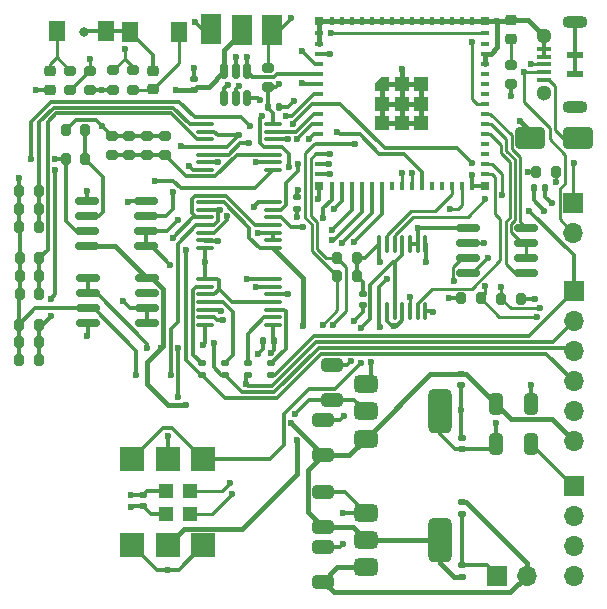
<source format=gbr>
%TF.GenerationSoftware,KiCad,Pcbnew,8.0.6*%
%TF.CreationDate,2025-08-27T22:10:31+02:00*%
%TF.ProjectId,probe,70726f62-652e-46b6-9963-61645f706362,V4-0*%
%TF.SameCoordinates,Original*%
%TF.FileFunction,Copper,L1,Top*%
%TF.FilePolarity,Positive*%
%FSLAX46Y46*%
G04 Gerber Fmt 4.6, Leading zero omitted, Abs format (unit mm)*
G04 Created by KiCad (PCBNEW 8.0.6) date 2025-08-27 22:10:31*
%MOMM*%
%LPD*%
G01*
G04 APERTURE LIST*
G04 Aperture macros list*
%AMRoundRect*
0 Rectangle with rounded corners*
0 $1 Rounding radius*
0 $2 $3 $4 $5 $6 $7 $8 $9 X,Y pos of 4 corners*
0 Add a 4 corners polygon primitive as box body*
4,1,4,$2,$3,$4,$5,$6,$7,$8,$9,$2,$3,0*
0 Add four circle primitives for the rounded corners*
1,1,$1+$1,$2,$3*
1,1,$1+$1,$4,$5*
1,1,$1+$1,$6,$7*
1,1,$1+$1,$8,$9*
0 Add four rect primitives between the rounded corners*
20,1,$1+$1,$2,$3,$4,$5,0*
20,1,$1+$1,$4,$5,$6,$7,0*
20,1,$1+$1,$6,$7,$8,$9,0*
20,1,$1+$1,$8,$9,$2,$3,0*%
%AMFreePoly0*
4,1,6,0.600000,-0.600000,-0.600000,-0.600000,-0.600000,0.000000,0.000000,0.600000,0.600000,0.600000,0.600000,-0.600000,0.600000,-0.600000,$1*%
G04 Aperture macros list end*
%TA.AperFunction,SMDPad,CuDef*%
%ADD10R,1.300000X1.300000*%
%TD*%
%TA.AperFunction,SMDPad,CuDef*%
%ADD11RoundRect,0.200000X-0.200000X-0.275000X0.200000X-0.275000X0.200000X0.275000X-0.200000X0.275000X0*%
%TD*%
%TA.AperFunction,SMDPad,CuDef*%
%ADD12R,1.250000X0.400000*%
%TD*%
%TA.AperFunction,ComponentPad*%
%ADD13O,2.140000X1.070000*%
%TD*%
%TA.AperFunction,ComponentPad*%
%ADD14C,1.300000*%
%TD*%
%TA.AperFunction,SMDPad,CuDef*%
%ADD15R,1.350000X0.600000*%
%TD*%
%TA.AperFunction,ComponentPad*%
%ADD16R,1.700000X1.700000*%
%TD*%
%TA.AperFunction,ComponentPad*%
%ADD17O,1.700000X1.700000*%
%TD*%
%TA.AperFunction,SMDPad,CuDef*%
%ADD18RoundRect,0.225000X0.250000X-0.225000X0.250000X0.225000X-0.250000X0.225000X-0.250000X-0.225000X0*%
%TD*%
%TA.AperFunction,SMDPad,CuDef*%
%ADD19RoundRect,0.250000X-1.000000X-0.650000X1.000000X-0.650000X1.000000X0.650000X-1.000000X0.650000X0*%
%TD*%
%TA.AperFunction,SMDPad,CuDef*%
%ADD20RoundRect,0.200000X0.275000X-0.200000X0.275000X0.200000X-0.275000X0.200000X-0.275000X-0.200000X0*%
%TD*%
%TA.AperFunction,SMDPad,CuDef*%
%ADD21R,1.350000X1.800000*%
%TD*%
%TA.AperFunction,SMDPad,CuDef*%
%ADD22RoundRect,0.200000X0.200000X0.275000X-0.200000X0.275000X-0.200000X-0.275000X0.200000X-0.275000X0*%
%TD*%
%TA.AperFunction,SMDPad,CuDef*%
%ADD23RoundRect,0.140000X0.170000X-0.140000X0.170000X0.140000X-0.170000X0.140000X-0.170000X-0.140000X0*%
%TD*%
%TA.AperFunction,SMDPad,CuDef*%
%ADD24RoundRect,0.140000X-0.140000X-0.170000X0.140000X-0.170000X0.140000X0.170000X-0.140000X0.170000X0*%
%TD*%
%TA.AperFunction,SMDPad,CuDef*%
%ADD25RoundRect,0.225000X-0.250000X0.225000X-0.250000X-0.225000X0.250000X-0.225000X0.250000X0.225000X0*%
%TD*%
%TA.AperFunction,SMDPad,CuDef*%
%ADD26RoundRect,0.140000X-0.170000X0.140000X-0.170000X-0.140000X0.170000X-0.140000X0.170000X0.140000X0*%
%TD*%
%TA.AperFunction,SMDPad,CuDef*%
%ADD27RoundRect,0.250000X0.650000X-0.325000X0.650000X0.325000X-0.650000X0.325000X-0.650000X-0.325000X0*%
%TD*%
%TA.AperFunction,SMDPad,CuDef*%
%ADD28RoundRect,0.100000X-0.637500X-0.100000X0.637500X-0.100000X0.637500X0.100000X-0.637500X0.100000X0*%
%TD*%
%TA.AperFunction,SMDPad,CuDef*%
%ADD29R,2.000000X2.000000*%
%TD*%
%TA.AperFunction,SMDPad,CuDef*%
%ADD30RoundRect,0.375000X-0.625000X-0.375000X0.625000X-0.375000X0.625000X0.375000X-0.625000X0.375000X0*%
%TD*%
%TA.AperFunction,SMDPad,CuDef*%
%ADD31RoundRect,0.500000X-0.500000X-1.400000X0.500000X-1.400000X0.500000X1.400000X-0.500000X1.400000X0*%
%TD*%
%TA.AperFunction,SMDPad,CuDef*%
%ADD32R,0.800000X0.400000*%
%TD*%
%TA.AperFunction,SMDPad,CuDef*%
%ADD33R,0.400000X0.800000*%
%TD*%
%TA.AperFunction,SMDPad,CuDef*%
%ADD34FreePoly0,0.000000*%
%TD*%
%TA.AperFunction,SMDPad,CuDef*%
%ADD35R,1.200000X1.200000*%
%TD*%
%TA.AperFunction,SMDPad,CuDef*%
%ADD36R,0.800000X0.800000*%
%TD*%
%TA.AperFunction,SMDPad,CuDef*%
%ADD37RoundRect,0.150000X-0.150000X0.512500X-0.150000X-0.512500X0.150000X-0.512500X0.150000X0.512500X0*%
%TD*%
%TA.AperFunction,SMDPad,CuDef*%
%ADD38RoundRect,0.250000X-0.325000X-0.650000X0.325000X-0.650000X0.325000X0.650000X-0.325000X0.650000X0*%
%TD*%
%TA.AperFunction,SMDPad,CuDef*%
%ADD39RoundRect,0.200000X-0.275000X0.200000X-0.275000X-0.200000X0.275000X-0.200000X0.275000X0.200000X0*%
%TD*%
%TA.AperFunction,SMDPad,CuDef*%
%ADD40RoundRect,0.150000X0.825000X0.150000X-0.825000X0.150000X-0.825000X-0.150000X0.825000X-0.150000X0*%
%TD*%
%TA.AperFunction,SMDPad,CuDef*%
%ADD41R,1.750000X2.500000*%
%TD*%
%TA.AperFunction,SMDPad,CuDef*%
%ADD42RoundRect,0.150000X-0.825000X-0.150000X0.825000X-0.150000X0.825000X0.150000X-0.825000X0.150000X0*%
%TD*%
%TA.AperFunction,SMDPad,CuDef*%
%ADD43RoundRect,0.218750X-0.256250X0.218750X-0.256250X-0.218750X0.256250X-0.218750X0.256250X0.218750X0*%
%TD*%
%TA.AperFunction,SMDPad,CuDef*%
%ADD44RoundRect,0.100000X0.100000X-0.637500X0.100000X0.637500X-0.100000X0.637500X-0.100000X-0.637500X0*%
%TD*%
%TA.AperFunction,ViaPad*%
%ADD45C,0.600000*%
%TD*%
%TA.AperFunction,ViaPad*%
%ADD46C,0.800000*%
%TD*%
%TA.AperFunction,Conductor*%
%ADD47C,0.250000*%
%TD*%
%TA.AperFunction,Conductor*%
%ADD48C,0.350000*%
%TD*%
%TA.AperFunction,Conductor*%
%ADD49C,0.400000*%
%TD*%
%TA.AperFunction,Conductor*%
%ADD50C,0.300000*%
%TD*%
G04 APERTURE END LIST*
D10*
%TO.P,A1,1,GND*%
%TO.N,GND*%
X153500000Y-60800000D03*
%TO.P,A1,2,VDD*%
%TO.N,3V3*%
X153500000Y-62800000D03*
%TO.P,A1,3,SCL*%
%TO.N,SCL*%
X155500000Y-62800000D03*
%TO.P,A1,4,SDA*%
%TO.N,SDA*%
X155500000Y-60800000D03*
%TD*%
D11*
%TO.P,R22,1*%
%TO.N,/Signal*%
X145025000Y-32760000D03*
%TO.P,R22,2*%
%TO.N,Net-(U5B--)*%
X146675000Y-32760000D03*
%TD*%
D12*
%TO.P,J2,1,VBUS*%
%TO.N,Net-(D1-A)*%
X185500000Y-26000000D03*
%TO.P,J2,2,D-*%
%TO.N,D-*%
X185500000Y-25350000D03*
%TO.P,J2,3,D+*%
%TO.N,D+*%
X185500000Y-24700000D03*
%TO.P,J2,4,ID*%
%TO.N,GND*%
X185500000Y-24050000D03*
%TO.P,J2,5,GND*%
X185500000Y-23400000D03*
D13*
%TO.P,J2,6,Shield*%
X188125000Y-21100000D03*
D14*
X185475000Y-22275000D03*
D15*
X188150000Y-23900000D03*
X188150000Y-25500000D03*
D14*
X185475000Y-27125000D03*
D13*
X188125000Y-28300000D03*
%TD*%
D16*
%TO.P,J1,1,Pin_1*%
%TO.N,GND*%
X181525000Y-68000000D03*
D17*
%TO.P,J1,2,Pin_2*%
%TO.N,9V*%
X184065000Y-68000000D03*
%TD*%
D18*
%TO.P,C11,1*%
%TO.N,Net-(C11-Pad1)*%
X152425000Y-26800000D03*
%TO.P,C11,2*%
%TO.N,GND*%
X152425000Y-25250000D03*
%TD*%
D19*
%TO.P,D1,1,K*%
%TO.N,5V*%
X184350000Y-30950000D03*
%TO.P,D1,2,A*%
%TO.N,Net-(D1-A)*%
X188350000Y-30950000D03*
%TD*%
D20*
%TO.P,R1,1*%
%TO.N,Net-(C11-Pad1)*%
X150725000Y-26850000D03*
%TO.P,R1,2*%
%TO.N,EN*%
X150725000Y-25200000D03*
%TD*%
D21*
%TO.P,SW1,1,1*%
%TO.N,GND*%
X150475000Y-21950000D03*
%TO.P,SW1,2,2*%
%TO.N,Net-(C11-Pad1)*%
X154625000Y-21950000D03*
%TD*%
D22*
%TO.P,R12,1*%
%TO.N,Net-(U6-NO2)*%
X142775000Y-42650000D03*
%TO.P,R12,2*%
%TO.N,/AMP*%
X141125000Y-42650000D03*
%TD*%
D23*
%TO.P,C13,1*%
%TO.N,5V*%
X155862500Y-26905000D03*
%TO.P,C13,2*%
%TO.N,GND*%
X155862500Y-25945000D03*
%TD*%
%TO.P,C15,1*%
%TO.N,/UNB_DAC*%
X156515000Y-51000000D03*
%TO.P,C15,2*%
%TO.N,C_UBD*%
X156515000Y-50040000D03*
%TD*%
D20*
%TO.P,R26,1*%
%TO.N,3V3*%
X162162500Y-26650000D03*
%TO.P,R26,2*%
%TO.N,GPIO42*%
X162162500Y-25000000D03*
%TD*%
%TO.P,R18,1*%
%TO.N,/Calib*%
X150400000Y-32400000D03*
%TO.P,R18,2*%
%TO.N,GND*%
X150400000Y-30750000D03*
%TD*%
D23*
%TO.P,C16,1*%
%TO.N,/DAC*%
X158485000Y-51000000D03*
%TO.P,C16,2*%
%TO.N,C_DAC*%
X158485000Y-50040000D03*
%TD*%
D24*
%TO.P,C19,1*%
%TO.N,3V3*%
X162140000Y-28350000D03*
%TO.P,C19,2*%
%TO.N,GND*%
X163100000Y-28350000D03*
%TD*%
%TO.P,C22,1*%
%TO.N,3V3*%
X161720000Y-48150000D03*
%TO.P,C22,2*%
%TO.N,GND*%
X162680000Y-48150000D03*
%TD*%
D23*
%TO.P,C8,1*%
%TO.N,5V*%
X178600000Y-68100000D03*
%TO.P,C8,2*%
%TO.N,GND*%
X178600000Y-67140000D03*
%TD*%
%TO.P,C17,1*%
%TO.N,/AMP*%
X160455000Y-51000000D03*
%TO.P,C17,2*%
%TO.N,C_AMP*%
X160455000Y-50040000D03*
%TD*%
D11*
%TO.P,R27,1*%
%TO.N,3V3*%
X178500000Y-44515000D03*
%TO.P,R27,2*%
%TO.N,RS485_A+*%
X180150000Y-44515000D03*
%TD*%
D22*
%TO.P,R15,1*%
%TO.N,Net-(U6-NO3)*%
X142725000Y-48250000D03*
%TO.P,R15,2*%
%TO.N,/AMP*%
X141075000Y-48250000D03*
%TD*%
D20*
%TO.P,R19,1*%
%TO.N,/Calib*%
X151900000Y-32400000D03*
%TO.P,R19,2*%
%TO.N,GND*%
X151900000Y-30750000D03*
%TD*%
D22*
%TO.P,R16,1*%
%TO.N,Net-(U6-NO3)*%
X142725000Y-46750000D03*
%TO.P,R16,2*%
%TO.N,/AMP*%
X141075000Y-46750000D03*
%TD*%
D21*
%TO.P,SW2,1,1*%
%TO.N,GND*%
X148400000Y-21925000D03*
%TO.P,SW2,2,2*%
%TO.N,Net-(C12-Pad1)*%
X144250000Y-21925000D03*
%TD*%
D16*
%TO.P,J5,1,Pin_1*%
%TO.N,D+*%
X188000000Y-36450000D03*
D17*
%TO.P,J5,2,Pin_2*%
%TO.N,D-*%
X188000000Y-38990000D03*
%TD*%
D25*
%TO.P,C12,1*%
%TO.N,Net-(C12-Pad1)*%
X143675000Y-25300000D03*
%TO.P,C12,2*%
%TO.N,GND*%
X143675000Y-26850000D03*
%TD*%
D22*
%TO.P,R23,1*%
%TO.N,RS485_A+*%
X186500000Y-33800000D03*
%TO.P,R23,2*%
%TO.N,RS485_B-*%
X184850000Y-33800000D03*
%TD*%
D26*
%TO.P,C21,1*%
%TO.N,3V3*%
X170150000Y-44150000D03*
%TO.P,C21,2*%
%TO.N,GND*%
X170150000Y-45110000D03*
%TD*%
D16*
%TO.P,J6,1,Pin_1*%
%TO.N,GND*%
X188050000Y-60410000D03*
D17*
%TO.P,J6,2,Pin_2*%
%TO.N,RS485_B-*%
X188050000Y-62950000D03*
%TO.P,J6,3,Pin_3*%
%TO.N,RS485_A+*%
X188050000Y-65490000D03*
%TO.P,J6,4,Pin_4*%
%TO.N,9V*%
X188050000Y-68030000D03*
%TD*%
D27*
%TO.P,C6,1*%
%TO.N,9V*%
X166800000Y-68500000D03*
%TO.P,C6,2*%
%TO.N,GND*%
X166800000Y-65550000D03*
%TD*%
D28*
%TO.P,U7,1,NO1*%
%TO.N,/Au+*%
X156812500Y-36375000D03*
%TO.P,U7,2,COM1*%
%TO.N,/AMP*%
X156812500Y-37025000D03*
%TO.P,U7,3,NO2*%
%TO.N,/Au-*%
X156812500Y-37675000D03*
%TO.P,U7,4,COM2*%
%TO.N,/AMP*%
X156812500Y-38325000D03*
%TO.P,U7,5,IN2*%
%TO.N,SW_Au-*%
X156812500Y-38975000D03*
%TO.P,U7,6,IN3*%
%TO.N,SW_Au+_GND*%
X156812500Y-39625000D03*
%TO.P,U7,7,GND*%
%TO.N,GND*%
X156812500Y-40275000D03*
%TO.P,U7,8,NO3*%
%TO.N,/Au+*%
X162537500Y-40275000D03*
%TO.P,U7,9,COM3*%
%TO.N,GND*%
X162537500Y-39625000D03*
%TO.P,U7,10,COM4*%
X162537500Y-38975000D03*
%TO.P,U7,11,NO4*%
%TO.N,/Au-*%
X162537500Y-38325000D03*
%TO.P,U7,12,IN4*%
%TO.N,SW_Au-_GND*%
X162537500Y-37675000D03*
%TO.P,U7,13,IN1*%
%TO.N,SW_Au+*%
X162537500Y-37025000D03*
%TO.P,U7,14,VCC*%
%TO.N,3V3*%
X162537500Y-36375000D03*
%TD*%
D22*
%TO.P,R24,1*%
%TO.N,3V3*%
X169650000Y-42662500D03*
%TO.P,R24,2*%
%TO.N,SDA*%
X168000000Y-42662500D03*
%TD*%
D29*
%TO.P,J8,1,Pin_1*%
%TO.N,/Au-*%
X153650000Y-58125000D03*
%TO.P,J8,2,Pin_2*%
%TO.N,Au- Shield*%
X156650000Y-58125000D03*
X150650000Y-58125000D03*
%TD*%
D30*
%TO.P,U2,1,GND*%
%TO.N,GND*%
X170400000Y-51800000D03*
%TO.P,U2,2,VO*%
%TO.N,3V3*%
X170400000Y-54100000D03*
D31*
X176700000Y-54100000D03*
D30*
%TO.P,U2,3,VI*%
%TO.N,5V*%
X170400000Y-56400000D03*
%TD*%
D32*
%TO.P,U4,1,GND*%
%TO.N,GND*%
X166475000Y-22100000D03*
%TO.P,U4,2,GND*%
X166475000Y-22950000D03*
%TO.P,U4,3,3V3*%
%TO.N,3V3*%
X166475000Y-23800000D03*
%TO.P,U4,4,GPIO0/BOOT*%
%TO.N,GPIO0*%
X166475000Y-24650000D03*
%TO.P,U4,5,GPIO1/ADC1_CH0*%
%TO.N,/UNB_DAC*%
X166475000Y-25500000D03*
%TO.P,U4,6,GPIO2/ADC1_CH1*%
%TO.N,/DAC*%
X166475000Y-26350000D03*
%TO.P,U4,7,GPIO3/ADC1_CH2*%
%TO.N,/AMP*%
X166475000Y-27200000D03*
%TO.P,U4,8,GPIO4/ADC1_CH3*%
%TO.N,/Signal*%
X166475000Y-28050000D03*
%TO.P,U4,9,GPIO5/ADC1_CH4*%
%TO.N,SW_R1_100*%
X166475000Y-28900000D03*
%TO.P,U4,10,GPIO6/ADC1_CH5*%
%TO.N,SW_R1_1K*%
X166475000Y-29750000D03*
%TO.P,U4,11,GPIO7/ADC1_CH6*%
%TO.N,SW_R1_10K*%
X166475000Y-30600000D03*
%TO.P,U4,12,GPIO8/ADC1_CH7*%
%TO.N,SDA*%
X166475000Y-31450000D03*
%TO.P,U4,13,GPIO9/ADC1_CH8*%
%TO.N,SCL*%
X166475000Y-32300000D03*
%TO.P,U4,14,GPIO10/ADC1_CH9*%
%TO.N,SW_Au+*%
X166475000Y-33150000D03*
%TO.P,U4,15,GPIO11/ADC2_CH0*%
%TO.N,SW_Au-*%
X166475000Y-34000000D03*
D33*
%TO.P,U4,16,GPIO12/ADC2_CH1*%
%TO.N,SW_Au+_GND*%
X167525000Y-35050000D03*
%TO.P,U4,17,GPIO13/ADC2_CH2*%
%TO.N,SW_Au-_GND*%
X168375000Y-35050000D03*
%TO.P,U4,18,GPIO14/ADC2_CH3*%
%TO.N,SW_UBD*%
X169225000Y-35050000D03*
%TO.P,U4,19,GPIO15/ADC2_CH4/XTAL_32K_P*%
%TO.N,SW_DAC*%
X170075000Y-35050000D03*
%TO.P,U4,20,GPIO16/ADC2_CH5/XTAL_32K_N*%
%TO.N,SW_AMP*%
X170925000Y-35050000D03*
%TO.P,U4,21,ADC2_CH6/DAC_1/GPIO17*%
%TO.N,SW_SGN*%
X171775000Y-35050000D03*
%TO.P,U4,22,ADC2_CH7/DAC_2/GPIO18*%
%TO.N,unconnected-(U4-ADC2_CH7{slash}DAC_2{slash}GPIO18-Pad22)*%
X172625000Y-35050000D03*
%TO.P,U4,23,USB_D-/ADC2_CH8/GPIO19*%
%TO.N,D-*%
X173475000Y-35050000D03*
%TO.P,U4,24,USB_D+/ADC2_CH9/GPIO20*%
%TO.N,D+*%
X174325000Y-35050000D03*
%TO.P,U4,25,GPIO21*%
%TO.N,SW_Calib*%
X175175000Y-35050000D03*
%TO.P,U4,26,SPI_CS1/GPIO26*%
%TO.N,unconnected-(U4-SPI_CS1{slash}GPIO26-Pad26)*%
X176025000Y-35050000D03*
%TO.P,U4,27,NC*%
%TO.N,unconnected-(U4-NC-Pad27)*%
X176875000Y-35050000D03*
%TO.P,U4,28,GPIO33*%
%TO.N,SW_Au+_SH+*%
X177725000Y-35050000D03*
%TO.P,U4,29,GPIO34*%
%TO.N,SW_Au-_SH+*%
X178575000Y-35050000D03*
%TO.P,U4,30,GND*%
%TO.N,GND*%
X179425000Y-35050000D03*
D32*
%TO.P,U4,31,GPIO35*%
%TO.N,SW_Au+_SH-*%
X180475000Y-34000000D03*
%TO.P,U4,32,GPIO36*%
%TO.N,SW_Au-_SH-*%
X180475000Y-33150000D03*
%TO.P,U4,33,GPIO37*%
%TO.N,unconnected-(U4-GPIO37-Pad33)*%
X180475000Y-32300000D03*
%TO.P,U4,34,GPIO38*%
%TO.N,unconnected-(U4-GPIO38-Pad34)*%
X180475000Y-31450000D03*
%TO.P,U4,35,MTCK/JTAG/GPIO39*%
%TO.N,GPIO39*%
X180475000Y-30600000D03*
%TO.P,U4,36,MTDO/JTAG/GPIO40*%
%TO.N,GPIO40*%
X180475000Y-29750000D03*
%TO.P,U4,37,MTDI/JTAG/GPIO41*%
%TO.N,GPIO41*%
X180475000Y-28900000D03*
%TO.P,U4,38,MTMS/JTAG/GPIO42*%
%TO.N,GPIO42*%
X180475000Y-28050000D03*
%TO.P,U4,39,GPIO43/U0TXD/PROG*%
%TO.N,unconnected-(U4-GPIO43{slash}U0TXD{slash}PROG-Pad39)*%
X180475000Y-27200000D03*
%TO.P,U4,40,GPIO44/U0RXD/PROG*%
%TO.N,unconnected-(U4-GPIO44{slash}U0RXD{slash}PROG-Pad40)*%
X180475000Y-26350000D03*
%TO.P,U4,41,GPIO45*%
%TO.N,unconnected-(U4-GPIO45-Pad41)*%
X180475000Y-25500000D03*
%TO.P,U4,42,GND*%
%TO.N,GND*%
X180475000Y-24650000D03*
%TO.P,U4,43,GND*%
X180475000Y-23800000D03*
%TO.P,U4,44,GPIO46*%
%TO.N,unconnected-(U4-GPIO46-Pad44)*%
X180475000Y-22950000D03*
%TO.P,U4,45,CHIP/PU/RESET*%
%TO.N,EN*%
X180475000Y-22100000D03*
D33*
%TO.P,U4,46,GND*%
%TO.N,GND*%
X179425000Y-21050000D03*
%TO.P,U4,47,GND*%
X178575000Y-21050000D03*
%TO.P,U4,48,GND*%
X177725000Y-21050000D03*
%TO.P,U4,49,GND*%
X176875000Y-21050000D03*
%TO.P,U4,50,GND*%
X176025000Y-21050000D03*
%TO.P,U4,51,GND*%
X175175000Y-21050000D03*
%TO.P,U4,52,GND*%
X174325000Y-21050000D03*
%TO.P,U4,53,GND*%
X173475000Y-21050000D03*
%TO.P,U4,54,GND*%
X172625000Y-21050000D03*
%TO.P,U4,55,GND*%
X171775000Y-21050000D03*
%TO.P,U4,56,GND*%
X170925000Y-21050000D03*
%TO.P,U4,57,GND*%
X170075000Y-21050000D03*
%TO.P,U4,58,GND*%
X169225000Y-21050000D03*
%TO.P,U4,59,GND*%
X168375000Y-21050000D03*
%TO.P,U4,60,GND*%
X167525000Y-21050000D03*
D34*
%TO.P,U4,61,GND*%
X171825000Y-26400000D03*
D35*
X171825000Y-28050000D03*
X171825000Y-29700000D03*
X173475000Y-26400000D03*
X173475000Y-28050000D03*
X173475000Y-29700000D03*
X175125000Y-26400000D03*
X175125000Y-28050000D03*
X175125000Y-29700000D03*
D36*
%TO.P,U4,62,GND*%
X166475000Y-21050000D03*
%TO.P,U4,63,GND*%
X166475000Y-35050000D03*
%TO.P,U4,64,GND*%
X180475000Y-35050000D03*
%TO.P,U4,65,GND*%
X180475000Y-21050000D03*
%TD*%
D28*
%TO.P,U6,1,NO1*%
%TO.N,Net-(U6-NO1)*%
X156837500Y-29750000D03*
%TO.P,U6,2,COM1*%
%TO.N,/DAC*%
X156837500Y-30400000D03*
%TO.P,U6,3,NO2*%
%TO.N,Net-(U6-NO2)*%
X156837500Y-31050000D03*
%TO.P,U6,4,COM2*%
%TO.N,/DAC*%
X156837500Y-31700000D03*
%TO.P,U6,5,IN2*%
%TO.N,SW_R1_1K*%
X156837500Y-32350000D03*
%TO.P,U6,6,IN3*%
%TO.N,SW_R1_10K*%
X156837500Y-33000000D03*
%TO.P,U6,7,GND*%
%TO.N,GND*%
X156837500Y-33650000D03*
%TO.P,U6,8,NO3*%
%TO.N,Net-(U6-NO3)*%
X162562500Y-33650000D03*
%TO.P,U6,9,COM3*%
%TO.N,/DAC*%
X162562500Y-33000000D03*
%TO.P,U6,10,COM4*%
%TO.N,/Calib*%
X162562500Y-32350000D03*
%TO.P,U6,11,NO4*%
%TO.N,/AMP*%
X162562500Y-31700000D03*
%TO.P,U6,12,IN4*%
%TO.N,SW_Calib*%
X162562500Y-31050000D03*
%TO.P,U6,13,IN1*%
%TO.N,SW_R1_100*%
X162562500Y-30400000D03*
%TO.P,U6,14,VCC*%
%TO.N,3V3*%
X162562500Y-29750000D03*
%TD*%
D26*
%TO.P,C20,1*%
%TO.N,3V3*%
X164600000Y-35970000D03*
%TO.P,C20,2*%
%TO.N,GND*%
X164600000Y-36930000D03*
%TD*%
D37*
%TO.P,U1,1,VOUT*%
%TO.N,/UNB_DAC*%
X160350000Y-25300000D03*
%TO.P,U1,2,VSS*%
%TO.N,GND*%
X159400000Y-25300000D03*
%TO.P,U1,3,VDD*%
%TO.N,5V*%
X158450000Y-25300000D03*
%TO.P,U1,4,SDA*%
%TO.N,SDA*%
X158450000Y-27575000D03*
%TO.P,U1,5,SCL*%
%TO.N,SCL*%
X159400000Y-27575000D03*
%TO.P,U1,6,A0*%
%TO.N,GND*%
X160350000Y-27575000D03*
%TD*%
D27*
%TO.P,C7,1*%
%TO.N,5V*%
X166800000Y-63900000D03*
%TO.P,C7,2*%
%TO.N,GND*%
X166800000Y-60950000D03*
%TD*%
D23*
%TO.P,C18,1*%
%TO.N,/Signal*%
X162425000Y-51000000D03*
%TO.P,C18,2*%
%TO.N,C_SGN*%
X162425000Y-50040000D03*
%TD*%
D26*
%TO.P,C1,1*%
%TO.N,5V*%
X178500000Y-50920000D03*
%TO.P,C1,2*%
%TO.N,GND*%
X178500000Y-51880000D03*
%TD*%
D22*
%TO.P,R10,1*%
%TO.N,Net-(U6-NO1)*%
X142750000Y-35450000D03*
%TO.P,R10,2*%
%TO.N,/AMP*%
X141100000Y-35450000D03*
%TD*%
D11*
%TO.P,R21,1*%
%TO.N,GND*%
X145025000Y-30250000D03*
%TO.P,R21,2*%
%TO.N,Net-(U5B--)*%
X146675000Y-30250000D03*
%TD*%
D38*
%TO.P,C10,1*%
%TO.N,3V3*%
X181450000Y-56825000D03*
%TO.P,C10,2*%
%TO.N,GND*%
X184400000Y-56825000D03*
%TD*%
D39*
%TO.P,R2,1*%
%TO.N,Net-(C12-Pad1)*%
X145375000Y-25250000D03*
%TO.P,R2,2*%
%TO.N,GPIO0*%
X145375000Y-26900000D03*
%TD*%
D38*
%TO.P,C9,1*%
%TO.N,5V*%
X181450000Y-53475000D03*
%TO.P,C9,2*%
%TO.N,GND*%
X184400000Y-53475000D03*
%TD*%
D20*
%TO.P,R7,1*%
%TO.N,3V3*%
X149025000Y-26875000D03*
%TO.P,R7,2*%
%TO.N,EN*%
X149025000Y-25225000D03*
%TD*%
D22*
%TO.P,R8,1*%
%TO.N,Net-(U6-NO1)*%
X142750000Y-38450000D03*
%TO.P,R8,2*%
%TO.N,/AMP*%
X141100000Y-38450000D03*
%TD*%
%TO.P,R25,1*%
%TO.N,3V3*%
X169650000Y-41112500D03*
%TO.P,R25,2*%
%TO.N,SCL*%
X168000000Y-41112500D03*
%TD*%
D40*
%TO.P,U12,1,RO*%
%TO.N,GPIO39*%
X184025000Y-42360000D03*
%TO.P,U12,2,~{RE}*%
%TO.N,GPIO40*%
X184025000Y-41090000D03*
%TO.P,U12,3,DE*%
X184025000Y-39820000D03*
%TO.P,U12,4,DI*%
%TO.N,GPIO41*%
X184025000Y-38550000D03*
%TO.P,U12,5,GND*%
%TO.N,GND*%
X179075000Y-38550000D03*
%TO.P,U12,6,A*%
%TO.N,RS485_A+*%
X179075000Y-39820000D03*
%TO.P,U12,7,B*%
%TO.N,RS485_B-*%
X179075000Y-41090000D03*
%TO.P,U12,8,VCC*%
%TO.N,3V3*%
X179075000Y-42360000D03*
%TD*%
D41*
%TO.P,J4,1,Pin_1*%
%TO.N,GND*%
X157300000Y-21750000D03*
%TO.P,J4,2,Pin_2*%
%TO.N,5V*%
X159900000Y-21800000D03*
%TO.P,J4,3,Pin_3*%
%TO.N,GPIO42*%
X162500000Y-21800000D03*
%TD*%
D22*
%TO.P,R13,1*%
%TO.N,Net-(U6-NO2)*%
X142775000Y-41150000D03*
%TO.P,R13,2*%
%TO.N,/AMP*%
X141125000Y-41150000D03*
%TD*%
D20*
%TO.P,R20,1*%
%TO.N,/Calib*%
X153400000Y-32400000D03*
%TO.P,R20,2*%
%TO.N,GND*%
X153400000Y-30750000D03*
%TD*%
D42*
%TO.P,U9,1*%
%TO.N,Net-(U10-COM1)*%
X146925000Y-42835000D03*
%TO.P,U9,2,-*%
X146925000Y-44105000D03*
%TO.P,U9,3,+*%
%TO.N,/AMP*%
X146925000Y-45375000D03*
%TO.P,U9,4,V-*%
%TO.N,GND*%
X146925000Y-46645000D03*
%TO.P,U9,5,+*%
X151875000Y-46645000D03*
%TO.P,U9,6,-*%
X151875000Y-45375000D03*
%TO.P,U9,7*%
%TO.N,unconnected-(U9-Pad7)*%
X151875000Y-44105000D03*
%TO.P,U9,8,V+*%
%TO.N,5V*%
X151875000Y-42835000D03*
%TD*%
D22*
%TO.P,R11,1*%
%TO.N,Net-(U6-NO2)*%
X142775000Y-44150000D03*
%TO.P,R11,2*%
%TO.N,/AMP*%
X141125000Y-44150000D03*
%TD*%
D26*
%TO.P,C5,1*%
%TO.N,9V*%
X178600000Y-61800000D03*
%TO.P,C5,2*%
%TO.N,GND*%
X178600000Y-62760000D03*
%TD*%
D22*
%TO.P,R14,1*%
%TO.N,Net-(U6-NO3)*%
X142725000Y-49750000D03*
%TO.P,R14,2*%
%TO.N,/AMP*%
X141075000Y-49750000D03*
%TD*%
D20*
%TO.P,R17,1*%
%TO.N,/Calib*%
X148900000Y-32400000D03*
%TO.P,R17,2*%
%TO.N,GND*%
X148900000Y-30750000D03*
%TD*%
D16*
%TO.P,J3,1,Pin_1*%
%TO.N,/Signal*%
X188050000Y-43910000D03*
D17*
%TO.P,J3,2,Pin_2*%
%TO.N,/AMP*%
X188050000Y-46450000D03*
%TO.P,J3,3,Pin_3*%
%TO.N,/DAC*%
X188050000Y-48990000D03*
%TO.P,J3,4,Pin_4*%
%TO.N,/UNB_DAC*%
X188050000Y-51530000D03*
%TO.P,J3,5,Pin_5*%
%TO.N,3V3*%
X188050000Y-54070000D03*
%TO.P,J3,6,Pin_6*%
%TO.N,5V*%
X188050000Y-56610000D03*
%TD*%
D40*
%TO.P,U5,1*%
%TO.N,/DAC*%
X151800000Y-40130000D03*
%TO.P,U5,2,-*%
X151800000Y-38860000D03*
%TO.P,U5,3,+*%
%TO.N,/UNB_DAC*%
X151800000Y-37590000D03*
%TO.P,U5,4,V-*%
%TO.N,GND*%
X151800000Y-36320000D03*
%TO.P,U5,5,+*%
%TO.N,/AMP*%
X146850000Y-36320000D03*
%TO.P,U5,6,-*%
%TO.N,Net-(U5B--)*%
X146850000Y-37590000D03*
%TO.P,U5,7*%
%TO.N,/Signal*%
X146850000Y-38860000D03*
%TO.P,U5,8,V+*%
%TO.N,5V*%
X146850000Y-40130000D03*
%TD*%
D28*
%TO.P,U8,1,NO1*%
%TO.N,GND*%
X156850000Y-42875000D03*
%TO.P,U8,2,COM1*%
%TO.N,C_UBD*%
X156850000Y-43525000D03*
%TO.P,U8,3,NO2*%
%TO.N,GND*%
X156850000Y-44175000D03*
%TO.P,U8,4,COM2*%
%TO.N,C_DAC*%
X156850000Y-44825000D03*
%TO.P,U8,5,IN2*%
%TO.N,SW_DAC*%
X156850000Y-45475000D03*
%TO.P,U8,6,IN3*%
%TO.N,SW_AMP*%
X156850000Y-46125000D03*
%TO.P,U8,7,GND*%
%TO.N,GND*%
X156850000Y-46775000D03*
%TO.P,U8,8,NO3*%
X162575000Y-46775000D03*
%TO.P,U8,9,COM3*%
%TO.N,C_AMP*%
X162575000Y-46125000D03*
%TO.P,U8,10,COM4*%
%TO.N,C_SGN*%
X162575000Y-45475000D03*
%TO.P,U8,11,NO4*%
%TO.N,GND*%
X162575000Y-44825000D03*
%TO.P,U8,12,IN4*%
%TO.N,SW_SGN*%
X162575000Y-44175000D03*
%TO.P,U8,13,IN1*%
%TO.N,SW_UBD*%
X162575000Y-43525000D03*
%TO.P,U8,14,VCC*%
%TO.N,3V3*%
X162575000Y-42875000D03*
%TD*%
D11*
%TO.P,R28,1*%
%TO.N,RS485_B-*%
X181875000Y-44550000D03*
%TO.P,R28,2*%
%TO.N,GND*%
X183525000Y-44550000D03*
%TD*%
D23*
%TO.P,C23,1*%
%TO.N,3V3*%
X151550000Y-62125000D03*
%TO.P,C23,2*%
%TO.N,GND*%
X151550000Y-61165000D03*
%TD*%
D39*
%TO.P,R6,1*%
%TO.N,GPIO0*%
X147075000Y-25250000D03*
%TO.P,R6,2*%
%TO.N,3V3*%
X147075000Y-26900000D03*
%TD*%
D30*
%TO.P,U3,1,GND*%
%TO.N,GND*%
X170400000Y-62700000D03*
%TO.P,U3,2,VO*%
%TO.N,5V*%
X170400000Y-65000000D03*
D31*
X176700000Y-65000000D03*
D30*
%TO.P,U3,3,VI*%
%TO.N,9V*%
X170400000Y-67300000D03*
%TD*%
D24*
%TO.P,C14,1*%
%TO.N,3V3*%
X184670000Y-35150000D03*
%TO.P,C14,2*%
%TO.N,GND*%
X185630000Y-35150000D03*
%TD*%
D29*
%TO.P,J7,1,Pin_1*%
%TO.N,/Au+*%
X153650000Y-65425000D03*
%TO.P,J7,2,Pin_2*%
%TO.N,Au+ Shield*%
X150650000Y-65425000D03*
X156650000Y-65425000D03*
%TD*%
D43*
%TO.P,D4,1,K*%
%TO.N,GND*%
X182675000Y-20962500D03*
%TO.P,D4,2,A*%
%TO.N,Net-(D4-A)*%
X182675000Y-22537500D03*
%TD*%
D39*
%TO.P,R5,1*%
%TO.N,Net-(D4-A)*%
X182675000Y-24750000D03*
%TO.P,R5,2*%
%TO.N,3V3*%
X182675000Y-26400000D03*
%TD*%
D23*
%TO.P,C3,1*%
%TO.N,3V3*%
X178600000Y-57280000D03*
%TO.P,C3,2*%
%TO.N,GND*%
X178600000Y-56320000D03*
%TD*%
D44*
%TO.P,U10,1,NO1*%
%TO.N,Au+ Shield*%
X171575000Y-45625000D03*
%TO.P,U10,2,COM1*%
%TO.N,Net-(U10-COM1)*%
X172225000Y-45625000D03*
%TO.P,U10,3,NO2*%
%TO.N,Au- Shield*%
X172875000Y-45625000D03*
%TO.P,U10,4,COM2*%
%TO.N,Net-(U10-COM1)*%
X173525000Y-45625000D03*
%TO.P,U10,5,IN2*%
%TO.N,SW_Au-_SH+*%
X174175000Y-45625000D03*
%TO.P,U10,6,IN3*%
%TO.N,SW_Au+_SH-*%
X174825000Y-45625000D03*
%TO.P,U10,7,GND*%
%TO.N,GND*%
X175475000Y-45625000D03*
%TO.P,U10,8,NO3*%
%TO.N,Au+ Shield*%
X175475000Y-39900000D03*
%TO.P,U10,9,COM3*%
%TO.N,GND*%
X174825000Y-39900000D03*
%TO.P,U10,10,COM4*%
X174175000Y-39900000D03*
%TO.P,U10,11,NO4*%
%TO.N,Au- Shield*%
X173525000Y-39900000D03*
%TO.P,U10,12,IN4*%
%TO.N,SW_Au-_SH-*%
X172875000Y-39900000D03*
%TO.P,U10,13,IN1*%
%TO.N,SW_Au+_SH+*%
X172225000Y-39900000D03*
%TO.P,U10,14,VCC*%
%TO.N,3V3*%
X171575000Y-39900000D03*
%TD*%
D27*
%TO.P,C2,1*%
%TO.N,3V3*%
X167550000Y-53125000D03*
%TO.P,C2,2*%
%TO.N,GND*%
X167550000Y-50175000D03*
%TD*%
D22*
%TO.P,R9,1*%
%TO.N,Net-(U6-NO1)*%
X142750000Y-36950000D03*
%TO.P,R9,2*%
%TO.N,/AMP*%
X141100000Y-36950000D03*
%TD*%
D27*
%TO.P,C4,1*%
%TO.N,5V*%
X166800000Y-57775000D03*
%TO.P,C4,2*%
%TO.N,GND*%
X166800000Y-54825000D03*
%TD*%
D45*
%TO.N,SDA*%
X158900000Y-60150000D03*
%TO.N,5V*%
X153100000Y-48750000D03*
X155200000Y-53550000D03*
X183500000Y-29500000D03*
X164125000Y-55100000D03*
X154350000Y-26900000D03*
%TO.N,GND*%
X169150000Y-49850000D03*
X186150000Y-36450000D03*
X168450000Y-65300000D03*
X162422880Y-49122880D03*
X148100000Y-29950000D03*
X156812500Y-41450000D03*
X181550000Y-21050000D03*
X169400000Y-46450000D03*
X164350000Y-27850000D03*
X178500000Y-54000000D03*
X155450000Y-33300000D03*
X142500000Y-26850000D03*
X161487500Y-27750000D03*
X170850000Y-49900000D03*
X168600000Y-54450000D03*
X156650000Y-48500000D03*
X161300000Y-38975000D03*
X150300000Y-36350000D03*
X176150000Y-45650000D03*
D46*
X146600000Y-21950000D03*
D45*
X159450000Y-24075000D03*
X184400000Y-51900000D03*
X168450000Y-62700000D03*
X179450000Y-34050000D03*
X149850000Y-44750000D03*
X155950000Y-21150000D03*
X146850000Y-47750000D03*
X184750000Y-44550000D03*
X155850000Y-25050000D03*
X173450000Y-25100000D03*
X174850000Y-38600000D03*
X164600000Y-37600000D03*
X166400000Y-36150000D03*
X150550000Y-61150000D03*
%TO.N,3V3*%
X160350000Y-42900000D03*
X148050000Y-26900000D03*
X185550000Y-37100000D03*
X182700000Y-27400000D03*
X181450000Y-55100000D03*
X164400001Y-54319238D03*
X167400000Y-23800000D03*
X161300000Y-49200000D03*
X160950000Y-36750000D03*
X150550000Y-62150000D03*
X180750000Y-41150000D03*
X171600000Y-41450000D03*
X177500000Y-44500000D03*
X163090380Y-26340380D03*
X164675000Y-35394238D03*
%TO.N,/UNB_DAC*%
X155200000Y-40400000D03*
X160400000Y-24075000D03*
X154100000Y-35500000D03*
%TO.N,/DAC*%
X165000000Y-26300000D03*
X154750000Y-31650000D03*
X161100000Y-33000000D03*
X153850000Y-41700000D03*
X157550000Y-48300000D03*
X154550000Y-37900000D03*
X159700000Y-30700000D03*
%TO.N,/AMP*%
X158086827Y-37025000D03*
X161650000Y-29075793D03*
X141100000Y-34350000D03*
X160300000Y-51800000D03*
X146850000Y-35450000D03*
X153900000Y-51050000D03*
X150950000Y-51050000D03*
X163700000Y-29050000D03*
X163900000Y-33400000D03*
%TO.N,/Signal*%
X179450000Y-33100000D03*
X160600000Y-29950000D03*
X184200000Y-37100000D03*
X144150000Y-32750000D03*
X164279967Y-29725793D03*
X142050000Y-32700000D03*
%TO.N,D+*%
X188019975Y-33030025D03*
X184400000Y-24700000D03*
X174350000Y-33900000D03*
%TO.N,D-*%
X183775000Y-25350000D03*
X173500000Y-33900000D03*
%TO.N,GPIO42*%
X164100000Y-20800000D03*
X179400000Y-22800000D03*
%TO.N,RS485_B-*%
X177867610Y-43036244D03*
X184125000Y-33800000D03*
X185200000Y-45350000D03*
X181850000Y-43550000D03*
%TO.N,RS485_A+*%
X180500000Y-43500000D03*
X186500000Y-34700000D03*
X184900000Y-46100000D03*
X180450000Y-39850000D03*
%TO.N,Au+ Shield*%
X153700000Y-67500000D03*
X172225000Y-42900000D03*
X175500000Y-41450000D03*
X171600000Y-46950000D03*
%TO.N,/Au+*%
X164567525Y-56532475D03*
X165100000Y-46850000D03*
%TO.N,/Au-*%
X154550000Y-48750000D03*
X153700000Y-56150000D03*
X154099999Y-39380763D03*
X154550000Y-52850000D03*
%TO.N,Au- Shield*%
X170000000Y-50000000D03*
X170000000Y-47050000D03*
%TO.N,EN*%
X167450000Y-22100000D03*
X150000000Y-23400000D03*
%TO.N,GPIO0*%
X165050000Y-23600000D03*
X147100000Y-24300000D03*
%TO.N,Net-(U6-NO3)*%
X143750000Y-44600000D03*
X143750000Y-46050000D03*
X144150000Y-33700000D03*
X152550000Y-34550000D03*
%TO.N,SDA*%
X166800000Y-46750000D03*
X158756706Y-26444064D03*
X169500000Y-31450000D03*
%TO.N,SCL*%
X159100000Y-61100000D03*
X167641942Y-46791942D03*
X159650000Y-26550000D03*
X167400000Y-32300000D03*
%TO.N,SW_Au-_SH+*%
X177520000Y-36975000D03*
X174180000Y-44420000D03*
%TO.N,SW_UBD*%
X167545000Y-38750000D03*
X161100000Y-43550000D03*
%TO.N,SW_SGN*%
X169394240Y-39744240D03*
X163800000Y-44150000D03*
%TO.N,SW_AMP*%
X158325361Y-46398152D03*
X168409620Y-39809620D03*
%TO.N,SW_R1_1K*%
X160550000Y-31400000D03*
X164612824Y-31044040D03*
%TO.N,SW_Au-_GND*%
X165100000Y-38450000D03*
X167709620Y-36959620D03*
%TO.N,SW_Au-*%
X167350000Y-34000000D03*
X158686827Y-37563173D03*
%TO.N,SW_Calib*%
X168000000Y-30400000D03*
X163800000Y-31050000D03*
%TO.N,SW_Au+*%
X164675000Y-33150000D03*
X167300000Y-33150000D03*
%TO.N,SW_Au+_GND*%
X157900000Y-39650000D03*
X166831942Y-37718058D03*
%TO.N,SW_Au-_SH-*%
X181975000Y-35800000D03*
X180500000Y-36150000D03*
%TO.N,SW_R1_10K*%
X165597077Y-31044040D03*
X157944930Y-33000000D03*
%TO.N,SW_DAC*%
X158190380Y-45609620D03*
X167600000Y-39550000D03*
%TO.N,Net-(U10-COM1)*%
X172814690Y-46862500D03*
X151900000Y-48700000D03*
%TD*%
D47*
%TO.N,SCL*%
X157400000Y-62800000D02*
X155500000Y-62800000D01*
X159100000Y-61100000D02*
X157400000Y-62800000D01*
%TO.N,SDA*%
X158250000Y-60800000D02*
X155500000Y-60800000D01*
X158900000Y-60150000D02*
X158250000Y-60800000D01*
D48*
%TO.N,3V3*%
X152225000Y-62800000D02*
X151550000Y-62125000D01*
X153500000Y-62800000D02*
X152225000Y-62800000D01*
%TO.N,GND*%
X151915000Y-60800000D02*
X151550000Y-61165000D01*
X153500000Y-60800000D02*
X151915000Y-60800000D01*
X153235000Y-61165000D02*
X153500000Y-60900000D01*
D49*
%TO.N,5V*%
X176700000Y-66900000D02*
X177900000Y-68100000D01*
X153250000Y-43723026D02*
X152361974Y-42835000D01*
X155200000Y-53550000D02*
X153700000Y-53550000D01*
X182750000Y-54775000D02*
X186215000Y-54775000D01*
X154355000Y-26905000D02*
X155862500Y-26905000D01*
X159900000Y-22075000D02*
X159900000Y-21800000D01*
X156142500Y-26625000D02*
X155862500Y-26905000D01*
X184350000Y-30950000D02*
X184350000Y-30350000D01*
X151900000Y-49950000D02*
X153100000Y-48750000D01*
X166800000Y-57775000D02*
X169025000Y-57775000D01*
X165500000Y-62600000D02*
X165500000Y-59075000D01*
X170400000Y-65000000D02*
X176700000Y-65000000D01*
X153250000Y-48600000D02*
X153250000Y-43723026D01*
X177900000Y-68100000D02*
X178600000Y-68100000D01*
X149170000Y-40130000D02*
X151875000Y-42835000D01*
X153700000Y-53550000D02*
X151900000Y-51750000D01*
X169300000Y-63900000D02*
X170400000Y-65000000D01*
X184350000Y-30950000D02*
X183850000Y-31450000D01*
X157125000Y-26625000D02*
X158450000Y-25300000D01*
X176700000Y-65000000D02*
X176700000Y-66900000D01*
X169025000Y-57775000D02*
X170400000Y-56400000D01*
X158450000Y-23525000D02*
X159900000Y-22075000D01*
X181450000Y-53475000D02*
X182750000Y-54775000D01*
X184350000Y-30350000D02*
X183500000Y-29500000D01*
X152361974Y-42835000D02*
X151875000Y-42835000D01*
X175880000Y-50920000D02*
X178500000Y-50920000D01*
X154350000Y-26900000D02*
X154355000Y-26905000D01*
X166800000Y-63900000D02*
X169300000Y-63900000D01*
X186215000Y-54775000D02*
X188050000Y-56610000D01*
X146850000Y-40130000D02*
X149170000Y-40130000D01*
X153100000Y-48750000D02*
X153250000Y-48600000D01*
X166800000Y-63900000D02*
X165500000Y-62600000D01*
X158450000Y-25300000D02*
X158450000Y-23525000D01*
X164125000Y-55100000D02*
X166800000Y-57775000D01*
X170400000Y-56400000D02*
X175880000Y-50920000D01*
X178500000Y-50920000D02*
X178895000Y-50920000D01*
X178895000Y-50920000D02*
X181450000Y-53475000D01*
X151900000Y-51750000D02*
X151900000Y-49950000D01*
X156142500Y-26625000D02*
X157125000Y-26625000D01*
X165500000Y-59075000D02*
X166800000Y-57775000D01*
X164100000Y-55100000D02*
X164125000Y-55100000D01*
D48*
%TO.N,GND*%
X161312500Y-27575000D02*
X160350000Y-27575000D01*
D49*
X180475000Y-23800000D02*
X180475000Y-24650000D01*
D48*
X166800000Y-65550000D02*
X168200000Y-65550000D01*
X162575000Y-44825000D02*
X159067462Y-44825000D01*
X150475000Y-45375000D02*
X149850000Y-44750000D01*
D49*
X173475000Y-26400000D02*
X173475000Y-29700000D01*
D48*
X170400000Y-51800000D02*
X170850000Y-51350000D01*
X155862500Y-25945000D02*
X155862500Y-25062500D01*
X155862500Y-25062500D02*
X155850000Y-25050000D01*
X179425000Y-34075000D02*
X179450000Y-34050000D01*
X146925000Y-46645000D02*
X146925000Y-47675000D01*
X179075000Y-38550000D02*
X174900000Y-38550000D01*
X174900000Y-38550000D02*
X174850000Y-38600000D01*
D49*
X173475000Y-25125000D02*
X173450000Y-25100000D01*
X175125000Y-26400000D02*
X175125000Y-29700000D01*
D48*
X162680000Y-48865760D02*
X162422880Y-49122880D01*
X163100000Y-28350000D02*
X163850000Y-28350000D01*
D49*
X181550000Y-21050000D02*
X182587500Y-21050000D01*
D48*
X185630000Y-35150000D02*
X185630000Y-35930000D01*
X179425000Y-35050000D02*
X180475000Y-35050000D01*
X178500000Y-56220000D02*
X178600000Y-56320000D01*
X156850000Y-46775000D02*
X156850000Y-48300000D01*
X181525000Y-68000000D02*
X180665000Y-67140000D01*
X158066984Y-43824522D02*
X157962500Y-43824522D01*
X187985000Y-60410000D02*
X188050000Y-60410000D01*
X166475000Y-35050000D02*
X166475000Y-36075000D01*
D49*
X180475000Y-21050000D02*
X166475000Y-21050000D01*
D48*
X157612022Y-44175000D02*
X157962500Y-43824522D01*
X159067462Y-44825000D02*
X158066984Y-43824522D01*
D49*
X171825000Y-29700000D02*
X171825000Y-26400000D01*
D48*
X188150000Y-23900000D02*
X188150000Y-25500000D01*
X151550000Y-61165000D02*
X150565000Y-61165000D01*
X157300000Y-21750000D02*
X156550000Y-21750000D01*
X184400000Y-53475000D02*
X184400000Y-51900000D01*
D50*
X174825000Y-39900000D02*
X174825000Y-38625000D01*
D48*
X145025000Y-30250000D02*
X145875000Y-29400000D01*
X166475000Y-36075000D02*
X166400000Y-36150000D01*
X184400000Y-56825000D02*
X187985000Y-60410000D01*
X183525000Y-44550000D02*
X184750000Y-44550000D01*
X175475000Y-45625000D02*
X176125000Y-45625000D01*
X151875000Y-45375000D02*
X150475000Y-45375000D01*
X157962500Y-43012500D02*
X157825000Y-42875000D01*
X168200000Y-65550000D02*
X168450000Y-65300000D01*
X168225000Y-54825000D02*
X168600000Y-54450000D01*
X163850000Y-28350000D02*
X164350000Y-27850000D01*
X170150000Y-45700000D02*
X169400000Y-46450000D01*
X162680000Y-48150000D02*
X162680000Y-48865760D01*
X159400000Y-25300000D02*
X159400000Y-24125000D01*
D50*
X174825000Y-38625000D02*
X174850000Y-38600000D01*
D48*
X185500000Y-23400000D02*
X185500000Y-22300000D01*
X161487500Y-27750000D02*
X161312500Y-27575000D01*
X146925000Y-47675000D02*
X146850000Y-47750000D01*
D49*
X181025000Y-23800000D02*
X181550000Y-23275000D01*
D48*
X178600000Y-67140000D02*
X178600000Y-62760000D01*
D49*
X182587500Y-21050000D02*
X182675000Y-20962500D01*
D48*
X159400000Y-24125000D02*
X159450000Y-24075000D01*
X152425000Y-23900000D02*
X152425000Y-25250000D01*
X150475000Y-21950000D02*
X152425000Y-23900000D01*
X164600000Y-36930000D02*
X164600000Y-37600000D01*
X185500000Y-23400000D02*
X185500000Y-24050000D01*
X170850000Y-51350000D02*
X170850000Y-49900000D01*
X156837500Y-33650000D02*
X155800000Y-33650000D01*
X151875000Y-45375000D02*
X151875000Y-46645000D01*
X162575000Y-48045000D02*
X162680000Y-48150000D01*
D49*
X184162500Y-20962500D02*
X185475000Y-22275000D01*
X171825000Y-26400000D02*
X175125000Y-26400000D01*
D48*
X166800000Y-60950000D02*
X168650000Y-60950000D01*
X145875000Y-29400000D02*
X147550000Y-29400000D01*
X188150000Y-23900000D02*
X188150000Y-21125000D01*
X166800000Y-54825000D02*
X168225000Y-54825000D01*
X176125000Y-45625000D02*
X176150000Y-45650000D01*
X168650000Y-60950000D02*
X170400000Y-62700000D01*
X156812500Y-40275000D02*
X156812500Y-42837500D01*
X143675000Y-26850000D02*
X142500000Y-26850000D01*
D49*
X171825000Y-28050000D02*
X175125000Y-28050000D01*
D48*
X156850000Y-48300000D02*
X156650000Y-48500000D01*
X150330000Y-36320000D02*
X150300000Y-36350000D01*
X146625000Y-21925000D02*
X146600000Y-21950000D01*
D49*
X182675000Y-20962500D02*
X184162500Y-20962500D01*
D48*
X185630000Y-35930000D02*
X186150000Y-36450000D01*
D49*
X180475000Y-23800000D02*
X181025000Y-23800000D01*
D48*
X168825000Y-50175000D02*
X169150000Y-49850000D01*
X162537500Y-39625000D02*
X162537500Y-38975000D01*
X157962500Y-43824522D02*
X157962500Y-43012500D01*
D49*
X173475000Y-26400000D02*
X173475000Y-25125000D01*
X166475000Y-21050000D02*
X166475000Y-22950000D01*
D48*
X178500000Y-51880000D02*
X178500000Y-56220000D01*
X148400000Y-21925000D02*
X150450000Y-21925000D01*
D49*
X175125000Y-29700000D02*
X171825000Y-29700000D01*
D48*
X150450000Y-21925000D02*
X150475000Y-21950000D01*
X179425000Y-35050000D02*
X179425000Y-34075000D01*
X147550000Y-29400000D02*
X148900000Y-30750000D01*
X162537500Y-38975000D02*
X161300000Y-38975000D01*
X156850000Y-44175000D02*
X157612022Y-44175000D01*
D50*
X174175000Y-39900000D02*
X174825000Y-39900000D01*
D48*
X155800000Y-33650000D02*
X155450000Y-33300000D01*
D49*
X181550000Y-23275000D02*
X181550000Y-21050000D01*
D48*
X148900000Y-30750000D02*
X153400000Y-30750000D01*
X157825000Y-42875000D02*
X156850000Y-42875000D01*
X170400000Y-62700000D02*
X168450000Y-62700000D01*
D49*
X180475000Y-21050000D02*
X181550000Y-21050000D01*
D48*
X156550000Y-21750000D02*
X155950000Y-21150000D01*
X188150000Y-21125000D02*
X188125000Y-21100000D01*
X162575000Y-46775000D02*
X162575000Y-48045000D01*
X148400000Y-21925000D02*
X146625000Y-21925000D01*
X185500000Y-22300000D02*
X185475000Y-22275000D01*
X167550000Y-50175000D02*
X168825000Y-50175000D01*
X151800000Y-36320000D02*
X150330000Y-36320000D01*
X170150000Y-45110000D02*
X170150000Y-45700000D01*
X156812500Y-42837500D02*
X156850000Y-42875000D01*
X150565000Y-61165000D02*
X150550000Y-61150000D01*
X180665000Y-67140000D02*
X178600000Y-67140000D01*
%TO.N,3V3*%
X162162500Y-28327500D02*
X162140000Y-28350000D01*
X161325000Y-36375000D02*
X160950000Y-36750000D01*
X184670000Y-35150000D02*
X184670000Y-36220000D01*
X162140000Y-28350000D02*
X162140000Y-28432200D01*
X170362500Y-41112500D02*
X169650000Y-41112500D01*
X165594239Y-53125000D02*
X164400001Y-54319238D01*
X179075000Y-42360000D02*
X179540000Y-42360000D01*
X162140000Y-28432200D02*
X162562500Y-28854700D01*
X177980000Y-57280000D02*
X178600000Y-57280000D01*
X162162500Y-26650000D02*
X162780760Y-26650000D01*
X178500000Y-44515000D02*
X177515000Y-44515000D01*
X176700000Y-56000000D02*
X177980000Y-57280000D01*
X170150000Y-44150000D02*
X170150000Y-43162500D01*
X162562500Y-28854700D02*
X162562500Y-29750000D01*
X177515000Y-44515000D02*
X177500000Y-44500000D01*
X170150000Y-43162500D02*
X169650000Y-42662500D01*
X162575000Y-42875000D02*
X160375000Y-42875000D01*
X161720000Y-48780000D02*
X161300000Y-49200000D01*
X150575000Y-62125000D02*
X150550000Y-62150000D01*
X149000000Y-26900000D02*
X149025000Y-26875000D01*
X162780760Y-26650000D02*
X163090380Y-26340380D01*
X164600000Y-35469238D02*
X164675000Y-35394238D01*
X180995000Y-57280000D02*
X181450000Y-56825000D01*
X169425000Y-53125000D02*
X170400000Y-54100000D01*
X178600000Y-57280000D02*
X180995000Y-57280000D01*
X161720000Y-48150000D02*
X161720000Y-48780000D01*
X147075000Y-26900000D02*
X149000000Y-26900000D01*
X176700000Y-54100000D02*
X176700000Y-56000000D01*
X171575000Y-39900000D02*
X170362500Y-41112500D01*
X164600000Y-35970000D02*
X164600000Y-35469238D01*
X171575000Y-41425000D02*
X171600000Y-41450000D01*
X151550000Y-62125000D02*
X150575000Y-62125000D01*
X182675000Y-27375000D02*
X182700000Y-27400000D01*
X171575000Y-39900000D02*
X171575000Y-41425000D01*
X166475000Y-23800000D02*
X167400000Y-23800000D01*
X169650000Y-41112500D02*
X169650000Y-42662500D01*
X162162500Y-26650000D02*
X162162500Y-28327500D01*
X167550000Y-53125000D02*
X169425000Y-53125000D01*
X162537500Y-36375000D02*
X161325000Y-36375000D01*
X167550000Y-53125000D02*
X165594239Y-53125000D01*
X184670000Y-36220000D02*
X185550000Y-37100000D01*
X181450000Y-56825000D02*
X181450000Y-55100000D01*
X179540000Y-42360000D02*
X180750000Y-41150000D01*
X160375000Y-42875000D02*
X160350000Y-42900000D01*
X182675000Y-26400000D02*
X182675000Y-27375000D01*
D49*
%TO.N,9V*%
X182665000Y-69400000D02*
X167700000Y-69400000D01*
X167700000Y-69400000D02*
X166800000Y-68500000D01*
X178600000Y-61800000D02*
X178909999Y-61800000D01*
X184065000Y-66955001D02*
X184065000Y-68000000D01*
X170400000Y-67300000D02*
X168000000Y-67300000D01*
X178909999Y-61800000D02*
X184065000Y-66955001D01*
X168000000Y-67300000D02*
X166800000Y-68500000D01*
X184065000Y-68000000D02*
X182665000Y-69400000D01*
D47*
%TO.N,Net-(C11-Pad1)*%
X150725000Y-26850000D02*
X152375000Y-26850000D01*
X154625000Y-24600000D02*
X152425000Y-26800000D01*
X154625000Y-21950000D02*
X154625000Y-24600000D01*
X152375000Y-26850000D02*
X152425000Y-26800000D01*
%TO.N,Net-(C12-Pad1)*%
X143675000Y-24700000D02*
X143675000Y-25300000D01*
X144250000Y-24125000D02*
X145375000Y-25250000D01*
X144250000Y-24125000D02*
X143675000Y-24700000D01*
X144250000Y-21925000D02*
X144250000Y-24125000D01*
D50*
%TO.N,C_UBD*%
X156515000Y-50040000D02*
X155762500Y-49287500D01*
X155762500Y-49287500D02*
X155762500Y-43837500D01*
X156075000Y-43525000D02*
X156850000Y-43525000D01*
X155762500Y-43837500D02*
X156075000Y-43525000D01*
%TO.N,/UNB_DAC*%
X155200000Y-49731846D02*
X155200000Y-47600000D01*
X154100000Y-37003726D02*
X153513726Y-37590000D01*
X160350000Y-24125000D02*
X160350000Y-25300000D01*
X162896060Y-52950000D02*
X166646060Y-49200000D01*
X156468154Y-51000000D02*
X155200000Y-49731846D01*
X156515000Y-51000000D02*
X158465000Y-52950000D01*
X166646060Y-49200000D02*
X185720000Y-49200000D01*
X162670858Y-25750000D02*
X162920858Y-25500000D01*
X160400000Y-24075000D02*
X160350000Y-24125000D01*
X160800000Y-25750000D02*
X162670858Y-25750000D01*
X158465000Y-52950000D02*
X162896060Y-52950000D01*
X153513726Y-37590000D02*
X151800000Y-37590000D01*
X155200000Y-47600000D02*
X155200000Y-40400000D01*
X156515000Y-51000000D02*
X156468154Y-51000000D01*
X160350000Y-25300000D02*
X160800000Y-25750000D01*
X156550000Y-51130000D02*
X156650000Y-51130000D01*
X185720000Y-49200000D02*
X188050000Y-51530000D01*
X154100000Y-35500000D02*
X154100000Y-37003726D01*
X162920858Y-25500000D02*
X166475000Y-25500000D01*
%TO.N,C_DAC*%
X159200000Y-49325000D02*
X158485000Y-50040000D01*
X156850000Y-44825000D02*
X158325000Y-44825000D01*
X158325000Y-44825000D02*
X159200000Y-45700000D01*
X159200000Y-45700000D02*
X159200000Y-49325000D01*
%TO.N,/DAC*%
X159700000Y-30700000D02*
X158700000Y-31700000D01*
X153590000Y-38860000D02*
X151800000Y-38860000D01*
X158175001Y-51000000D02*
X158485000Y-51000000D01*
X165000000Y-26300000D02*
X165050000Y-26350000D01*
X159700000Y-30700000D02*
X157874999Y-30700000D01*
X165050000Y-26350000D02*
X166475000Y-26350000D01*
X187760000Y-48700000D02*
X188050000Y-48990000D01*
X151800000Y-38860000D02*
X151800000Y-40130000D01*
X159935000Y-52450000D02*
X162688953Y-52450000D01*
X157574999Y-30400000D02*
X156837500Y-30400000D01*
X154750000Y-31650000D02*
X154800000Y-31700000D01*
X153850000Y-41700000D02*
X152280000Y-40130000D01*
X166438953Y-48700000D02*
X187760000Y-48700000D01*
X154550000Y-37900000D02*
X153590000Y-38860000D01*
X154800000Y-31700000D02*
X156837500Y-31700000D01*
X157550000Y-48300000D02*
X157550000Y-50374999D01*
X152280000Y-40130000D02*
X151800000Y-40130000D01*
X157550000Y-50374999D02*
X158175001Y-51000000D01*
X162688953Y-52450000D02*
X166438953Y-48700000D01*
X158700000Y-31700000D02*
X156837500Y-31700000D01*
X162562500Y-33000000D02*
X161100000Y-33000000D01*
X158485000Y-51000000D02*
X159935000Y-52450000D01*
X157874999Y-30700000D02*
X157574999Y-30400000D01*
%TO.N,C_AMP*%
X160455000Y-47507501D02*
X161837501Y-46125000D01*
X161837501Y-46125000D02*
X162575000Y-46125000D01*
X160455000Y-50040000D02*
X160455000Y-47507501D01*
%TO.N,/AMP*%
X162481846Y-51950000D02*
X160450000Y-51950000D01*
X163299999Y-31700000D02*
X162562500Y-31700000D01*
D48*
X150950000Y-48948382D02*
X150950000Y-51050000D01*
D50*
X166025000Y-27200000D02*
X166475000Y-27200000D01*
D48*
X141125000Y-38475000D02*
X141100000Y-38450000D01*
D50*
X154500000Y-46500000D02*
X153900000Y-47100000D01*
D48*
X141125000Y-41150000D02*
X141125000Y-44150000D01*
D50*
X163900000Y-33400000D02*
X163900000Y-32300001D01*
X156812500Y-37025000D02*
X158086827Y-37025000D01*
X141100000Y-34350000D02*
X141100000Y-35450000D01*
X161475000Y-31339168D02*
X161475000Y-29250793D01*
X164175000Y-29050000D02*
X166025000Y-27200000D01*
D48*
X147376618Y-45375000D02*
X150950000Y-48948382D01*
X146925000Y-45375000D02*
X147376618Y-45375000D01*
D50*
X161475000Y-29250793D02*
X161650000Y-29075793D01*
D48*
X141075000Y-44200000D02*
X141125000Y-44150000D01*
D50*
X157539168Y-37025000D02*
X156812500Y-37025000D01*
D48*
X141075000Y-46750000D02*
X141075000Y-44200000D01*
D50*
X163900000Y-32300001D02*
X163299999Y-31700000D01*
X157900000Y-37211827D02*
X157900000Y-37974999D01*
X166231846Y-48200000D02*
X162481846Y-51950000D01*
D48*
X141075000Y-46750000D02*
X141075000Y-49750000D01*
D50*
X163700000Y-29050000D02*
X164175000Y-29050000D01*
X156812500Y-38325000D02*
X157549999Y-38325000D01*
X154500000Y-39900001D02*
X154500000Y-46500000D01*
X162562500Y-31700000D02*
X161835832Y-31700000D01*
X153900000Y-47100000D02*
X153900000Y-51050000D01*
X146850000Y-36320000D02*
X146850000Y-35450000D01*
D48*
X146925000Y-45375000D02*
X142450000Y-45375000D01*
X160300000Y-51800000D02*
X160300000Y-51155000D01*
X141125000Y-41150000D02*
X141125000Y-38475000D01*
D50*
X161835832Y-31700000D02*
X161475000Y-31339168D01*
D48*
X160300000Y-51155000D02*
X160455000Y-51000000D01*
D50*
X158086827Y-37025000D02*
X157900000Y-37211827D01*
X156812500Y-38325000D02*
X156075001Y-38325000D01*
X188050000Y-46450000D02*
X186300000Y-48200000D01*
D48*
X141100000Y-35450000D02*
X141100000Y-38450000D01*
X142450000Y-45375000D02*
X141075000Y-46750000D01*
D50*
X156075001Y-38325000D02*
X154500000Y-39900001D01*
X186300000Y-48200000D02*
X166231846Y-48200000D01*
X160450000Y-51950000D02*
X160300000Y-51800000D01*
X157549999Y-38325000D02*
X157900000Y-37974999D01*
%TO.N,C_SGN*%
X163662500Y-48802500D02*
X163662500Y-45612500D01*
X163525000Y-45475000D02*
X162575000Y-45475000D01*
X163662500Y-45612500D02*
X163525000Y-45475000D01*
X162425000Y-50040000D02*
X163662500Y-48802500D01*
D48*
%TO.N,/Signal*%
X145890001Y-38860000D02*
X146850000Y-38860000D01*
D50*
X184260000Y-47700000D02*
X188050000Y-43910000D01*
X154621231Y-27871231D02*
X143789555Y-27871231D01*
X142050000Y-29610786D02*
X142050000Y-32700000D01*
X144150000Y-32750000D02*
X145015000Y-32750000D01*
D48*
X145025000Y-37994999D02*
X145890001Y-38860000D01*
D50*
X162724740Y-51000000D02*
X166024740Y-47700000D01*
X145015000Y-32750000D02*
X145025000Y-32760000D01*
X165882106Y-28050000D02*
X164350000Y-29582106D01*
X162425000Y-51000000D02*
X162724740Y-51000000D01*
X178150000Y-31800000D02*
X179450000Y-33100000D01*
X188050000Y-40888738D02*
X188050000Y-43910000D01*
X168275000Y-28050000D02*
X172025000Y-31800000D01*
X184261262Y-37100000D02*
X188050000Y-40888738D01*
X166024740Y-47700000D02*
X184260000Y-47700000D01*
X164350000Y-29582106D02*
X164350000Y-29655760D01*
X143789555Y-27871231D02*
X142050000Y-29610786D01*
X166475000Y-28050000D02*
X168275000Y-28050000D01*
X166475000Y-28050000D02*
X165882106Y-28050000D01*
X172025000Y-31800000D02*
X178150000Y-31800000D01*
X155950000Y-29200000D02*
X154621231Y-27871231D01*
X160600000Y-29950000D02*
X159850000Y-29200000D01*
X159850000Y-29200000D02*
X155950000Y-29200000D01*
X164350000Y-29655760D02*
X164279967Y-29725793D01*
D48*
X145025000Y-37994999D02*
X145025000Y-32760000D01*
D50*
X184200000Y-37100000D02*
X184261262Y-37100000D01*
D47*
%TO.N,Net-(D1-A)*%
X188350000Y-30950000D02*
X187100000Y-30950000D01*
X187100000Y-30950000D02*
X186450000Y-30300000D01*
X186450000Y-26525000D02*
X185925000Y-26000000D01*
X185925000Y-26000000D02*
X185500000Y-26000000D01*
X186450000Y-30300000D02*
X186450000Y-26525000D01*
%TO.N,Net-(D4-A)*%
X182675000Y-24750000D02*
X182675000Y-22537500D01*
%TO.N,D+*%
X174350000Y-33900000D02*
X174350000Y-35025000D01*
X174350000Y-35025000D02*
X174325000Y-35050000D01*
X188019975Y-33030025D02*
X188000000Y-33050000D01*
X188000000Y-33050000D02*
X188000000Y-36450000D01*
X185500000Y-24700000D02*
X184400000Y-24700000D01*
%TO.N,D-*%
X186000000Y-31070100D02*
X187300000Y-32370100D01*
X186825000Y-35275000D02*
X186825000Y-37815000D01*
X173500000Y-35025000D02*
X173475000Y-35050000D01*
X186825000Y-37815000D02*
X188000000Y-38990000D01*
X183775000Y-25350000D02*
X185500000Y-25350000D01*
X173500000Y-33900000D02*
X173500000Y-35025000D01*
X186000000Y-30129900D02*
X186000000Y-31070100D01*
X183775000Y-25350000D02*
X183775000Y-27904900D01*
X187300000Y-32370100D02*
X187300000Y-34800000D01*
X187300000Y-34800000D02*
X186825000Y-35275000D01*
X183775000Y-27904900D02*
X186000000Y-30129900D01*
%TO.N,GPIO42*%
X179825000Y-28050000D02*
X180475000Y-28050000D01*
X162500000Y-21800000D02*
X163100000Y-21800000D01*
X162162500Y-22137500D02*
X162500000Y-21800000D01*
X179400000Y-27625000D02*
X179825000Y-28050000D01*
X162162500Y-25000000D02*
X162162500Y-22137500D01*
X163100000Y-21800000D02*
X164100000Y-20800000D01*
X179400000Y-22800000D02*
X179400000Y-27625000D01*
%TO.N,RS485_B-*%
X181875000Y-43575000D02*
X181850000Y-43550000D01*
X177775000Y-42943634D02*
X177775000Y-41895000D01*
X178580000Y-41090000D02*
X179075000Y-41090000D01*
X181875000Y-44550000D02*
X182675000Y-45350000D01*
X177867610Y-43036244D02*
X177775000Y-42943634D01*
X184125000Y-33800000D02*
X184850000Y-33800000D01*
X177775000Y-41895000D02*
X178580000Y-41090000D01*
X181875000Y-44550000D02*
X181875000Y-43575000D01*
X182675000Y-45350000D02*
X185200000Y-45350000D01*
%TO.N,RS485_A+*%
X179075000Y-39820000D02*
X180420000Y-39820000D01*
X180150000Y-44515000D02*
X181735000Y-46100000D01*
X181735000Y-46100000D02*
X184900000Y-46100000D01*
X186500000Y-34700000D02*
X186500000Y-33800000D01*
X180420000Y-39820000D02*
X180450000Y-39850000D01*
X180500000Y-44165000D02*
X180150000Y-44515000D01*
X180500000Y-43500000D02*
X180500000Y-44165000D01*
D50*
%TO.N,Au+ Shield*%
X171575000Y-45625000D02*
X171575000Y-43550000D01*
X154575000Y-67500000D02*
X156650000Y-65425000D01*
X150650000Y-65425000D02*
X152725000Y-67500000D01*
X171575000Y-46925000D02*
X171600000Y-46950000D01*
X175500000Y-41450000D02*
X175500000Y-39925000D01*
X152725000Y-67500000D02*
X154575000Y-67500000D01*
X175500000Y-39925000D02*
X175475000Y-39900000D01*
X171575000Y-43550000D02*
X172225000Y-42900000D01*
X171575000Y-45625000D02*
X171575000Y-46925000D01*
%TO.N,/Au+*%
X158417894Y-36375000D02*
X156812500Y-36375000D01*
D49*
X164567525Y-59382475D02*
X159925000Y-64025000D01*
D50*
X162537500Y-40275000D02*
X161475000Y-40275000D01*
X161475000Y-40275000D02*
X160575000Y-39375000D01*
D49*
X165100000Y-42837500D02*
X162537500Y-40275000D01*
X159925000Y-64025000D02*
X155050000Y-64025000D01*
D50*
X160575000Y-38532106D02*
X158417894Y-36375000D01*
X160575000Y-39375000D02*
X160575000Y-38532106D01*
D49*
X164567525Y-56532475D02*
X164567525Y-59382475D01*
X155050000Y-64025000D02*
X153650000Y-65425000D01*
X165100000Y-46850000D02*
X165100000Y-42837500D01*
D50*
%TO.N,/Au-*%
X155725000Y-36085832D02*
X155725000Y-37314168D01*
X154550000Y-48750000D02*
X154550000Y-52850000D01*
X162537500Y-38325000D02*
X161075000Y-38325000D01*
X155985832Y-35825000D02*
X155725000Y-36085832D01*
X155805762Y-37675000D02*
X154099999Y-39380763D01*
X153700000Y-56150000D02*
X153650000Y-56100000D01*
X161075000Y-38325000D02*
X158575000Y-35825000D01*
X153700000Y-57367894D02*
X153296447Y-57771447D01*
X156085832Y-37675000D02*
X156812500Y-37675000D01*
X155725000Y-37314168D02*
X156085832Y-37675000D01*
X153700000Y-56150000D02*
X153700000Y-57367894D01*
X156812500Y-37675000D02*
X155805762Y-37675000D01*
X158575000Y-35825000D02*
X155985832Y-35825000D01*
%TO.N,Au- Shield*%
X153275000Y-55500000D02*
X150650000Y-58125000D01*
X170810000Y-46240000D02*
X170000000Y-47050000D01*
X156650000Y-58125000D02*
X162287132Y-58125000D01*
X173525000Y-40826668D02*
X173525000Y-39900000D01*
X172875000Y-41476668D02*
X173525000Y-40826668D01*
X156650000Y-58125000D02*
X154025000Y-55500000D01*
X163475000Y-54325000D02*
X165625000Y-52175000D01*
X172729093Y-41476668D02*
X170810000Y-43395761D01*
X154025000Y-55500000D02*
X153275000Y-55500000D01*
X165625000Y-52175000D02*
X167825000Y-52175000D01*
X172875000Y-45625000D02*
X172875000Y-41476668D01*
X167825000Y-52175000D02*
X170000000Y-50000000D01*
X162287132Y-58125000D02*
X163475000Y-56937132D01*
X163475000Y-56937132D02*
X163475000Y-54325000D01*
X172875000Y-41476668D02*
X172729093Y-41476668D01*
X170810000Y-43395761D02*
X170810000Y-46240000D01*
X156725000Y-58050000D02*
X156650000Y-58125000D01*
D47*
%TO.N,EN*%
X150725000Y-24975000D02*
X150000000Y-24250000D01*
X150725000Y-25200000D02*
X150725000Y-24975000D01*
X150000000Y-24250000D02*
X149025000Y-25225000D01*
X150000000Y-23400000D02*
X150000000Y-24250000D01*
X180475000Y-22100000D02*
X167450000Y-22100000D01*
%TO.N,GPIO0*%
X147075000Y-25250000D02*
X147025000Y-25250000D01*
X147025000Y-25250000D02*
X145375000Y-26900000D01*
X166475000Y-24650000D02*
X166100000Y-24650000D01*
X147100000Y-24300000D02*
X147100000Y-25225000D01*
X166100000Y-24650000D02*
X165050000Y-23600000D01*
X147100000Y-25225000D02*
X147075000Y-25250000D01*
D48*
%TO.N,Net-(U6-NO1)*%
X142750000Y-35450000D02*
X142750000Y-38450000D01*
D50*
X154128339Y-28371231D02*
X143996662Y-28371231D01*
X155507108Y-29750000D02*
X154128339Y-28371231D01*
X156837500Y-29750000D02*
X155507108Y-29750000D01*
X142750000Y-29617893D02*
X142750000Y-35450000D01*
X143996662Y-28371231D02*
X142750000Y-29617893D01*
%TO.N,Net-(U6-NO2)*%
X153921232Y-28871231D02*
X144203769Y-28871231D01*
X156837500Y-31050000D02*
X156100001Y-31050000D01*
X143500000Y-40425000D02*
X142775000Y-41150000D01*
X144203769Y-28871231D02*
X143500000Y-29575000D01*
X156100001Y-31050000D02*
X153921232Y-28871231D01*
X143500000Y-29575000D02*
X143500000Y-40425000D01*
D48*
X142775000Y-41150000D02*
X142775000Y-44150000D01*
%TO.N,Net-(U6-NO3)*%
X154104595Y-34550000D02*
X154754595Y-35200000D01*
X142725000Y-46750000D02*
X142725000Y-49750000D01*
X161012500Y-35200000D02*
X162562500Y-33650000D01*
X143050000Y-46750000D02*
X143750000Y-46050000D01*
X142725000Y-46750000D02*
X143050000Y-46750000D01*
X154754595Y-35200000D02*
X161012500Y-35200000D01*
X143750000Y-44600000D02*
X144150000Y-44200000D01*
X152550000Y-34550000D02*
X154104595Y-34550000D01*
X144150000Y-44200000D02*
X144150000Y-33700000D01*
D50*
%TO.N,/Calib*%
X162562500Y-32350000D02*
X159514168Y-32350000D01*
X159514168Y-32350000D02*
X157664168Y-34200000D01*
X157664168Y-34200000D02*
X155200000Y-34200000D01*
D48*
X148900000Y-32400000D02*
X153400000Y-32400000D01*
D50*
X155200000Y-34200000D02*
X153400000Y-32400000D01*
%TO.N,Net-(U5B--)*%
X147824999Y-37590000D02*
X148175000Y-37239999D01*
X148175000Y-34260000D02*
X146675000Y-32760000D01*
X146675000Y-30250000D02*
X146675000Y-32760000D01*
X146850000Y-37590000D02*
X147824999Y-37590000D01*
X148175000Y-37239999D02*
X148175000Y-34260000D01*
%TO.N,SDA*%
X158450000Y-26750770D02*
X158756706Y-26444064D01*
D47*
X166475000Y-31450000D02*
X166075000Y-31450000D01*
X165300000Y-37706396D02*
X165850000Y-38256396D01*
X165300000Y-32225000D02*
X165300000Y-37706396D01*
X166800000Y-46750000D02*
X166850000Y-46750000D01*
X165850000Y-40512500D02*
X168000000Y-42662500D01*
X165850000Y-38256396D02*
X165850000Y-40512500D01*
X166075000Y-31450000D02*
X165300000Y-32225000D01*
X168000000Y-42662500D02*
X168000000Y-45550000D01*
X168000000Y-45550000D02*
X166800000Y-46750000D01*
D50*
X169500000Y-31450000D02*
X166475000Y-31450000D01*
X158450000Y-27575000D02*
X158450000Y-26750770D01*
D47*
%TO.N,SCL*%
X166160000Y-32300000D02*
X166475000Y-32300000D01*
D50*
X159400000Y-26800000D02*
X159650000Y-26550000D01*
D47*
X168000000Y-41112500D02*
X168725000Y-41837500D01*
X165750000Y-32710000D02*
X166160000Y-32300000D01*
D50*
X159400000Y-27575000D02*
X159400000Y-26800000D01*
D47*
X167641942Y-46708058D02*
X167641942Y-46791942D01*
X168000000Y-41112500D02*
X167086396Y-41112500D01*
D50*
X167400000Y-32300000D02*
X166475000Y-32300000D01*
D47*
X165750000Y-37520000D02*
X165750000Y-32710000D01*
X168725000Y-41837500D02*
X168725000Y-45625000D01*
X166300000Y-38070000D02*
X165750000Y-37520000D01*
X167086396Y-41112500D02*
X166300000Y-40326104D01*
X168725000Y-45625000D02*
X167641942Y-46708058D01*
X166300000Y-40326104D02*
X166300000Y-38070000D01*
D50*
%TO.N,SW_R1_100*%
X162562500Y-30400000D02*
X164525000Y-30400000D01*
X164525000Y-30400000D02*
X166025000Y-28900000D01*
X166025000Y-28900000D02*
X166475000Y-28900000D01*
D47*
%TO.N,SW_Au-_SH+*%
X178575000Y-36655000D02*
X178255000Y-36975000D01*
X178255000Y-36975000D02*
X177520000Y-36975000D01*
X174180000Y-44420000D02*
X174180000Y-45620000D01*
X178575000Y-35050000D02*
X178575000Y-36655000D01*
X174180000Y-45620000D02*
X174175000Y-45625000D01*
D50*
%TO.N,SW_UBD*%
X161100000Y-43550000D02*
X162550000Y-43550000D01*
X167545000Y-38750000D02*
X169225000Y-37070000D01*
X162550000Y-43550000D02*
X162575000Y-43525000D01*
X169225000Y-37070000D02*
X169225000Y-35050000D01*
%TO.N,SW_SGN*%
X162600000Y-44150000D02*
X162575000Y-44175000D01*
X163800000Y-44150000D02*
X162600000Y-44150000D01*
X171775000Y-37363480D02*
X171775000Y-35050000D01*
X169394240Y-39744240D02*
X171775000Y-37363480D01*
%TO.N,SW_AMP*%
X170925000Y-37294240D02*
X170925000Y-35050000D01*
X158325361Y-46398152D02*
X157860651Y-46398152D01*
X157860651Y-46398152D02*
X157587499Y-46125000D01*
X168409620Y-39809620D02*
X170925000Y-37294240D01*
X157587499Y-46125000D02*
X156850000Y-46125000D01*
%TO.N,SW_R1_1K*%
X158807062Y-32350000D02*
X156837500Y-32350000D01*
X160550000Y-31400000D02*
X159757062Y-31400000D01*
X165906864Y-29750000D02*
X164612824Y-31044040D01*
X166475000Y-29750000D02*
X165906864Y-29750000D01*
X159757062Y-31400000D02*
X158807062Y-32350000D01*
D47*
%TO.N,SW_Au+_SH-*%
X179385908Y-43700000D02*
X176012501Y-43700000D01*
X181350000Y-37351300D02*
X181825000Y-37826300D01*
X176012501Y-43700000D02*
X174825000Y-44887501D01*
X181350000Y-34225000D02*
X181350000Y-37351300D01*
X181825000Y-41260908D02*
X179385908Y-43700000D01*
X181125000Y-34000000D02*
X181350000Y-34225000D01*
X181825000Y-37826300D02*
X181825000Y-41260908D01*
X174825000Y-44887501D02*
X174825000Y-45625000D01*
X180475000Y-34000000D02*
X181125000Y-34000000D01*
%TO.N,GPIO39*%
X181875000Y-31575000D02*
X180900000Y-30600000D01*
X182600000Y-32942892D02*
X181875000Y-32217892D01*
X183050001Y-42360000D02*
X182275000Y-41584999D01*
X184025000Y-42360000D02*
X183050001Y-42360000D01*
X182600000Y-37687696D02*
X182600000Y-32942892D01*
X180900000Y-30600000D02*
X180475000Y-30600000D01*
X182275000Y-38012696D02*
X182600000Y-37687696D01*
X181875000Y-32217892D02*
X181875000Y-31575000D01*
X182275000Y-41584999D02*
X182275000Y-38012696D01*
D50*
%TO.N,SW_Au-_GND*%
X168375000Y-35050000D02*
X168375000Y-36294240D01*
X165100000Y-38450000D02*
X164050000Y-38450000D01*
X164050000Y-38450000D02*
X163275000Y-37675000D01*
X163275000Y-37675000D02*
X162537500Y-37675000D01*
X168375000Y-36294240D02*
X167709620Y-36959620D01*
%TO.N,SW_Au-*%
X157607105Y-38975000D02*
X158686827Y-37895278D01*
X156812500Y-38975000D02*
X157607105Y-38975000D01*
X167350000Y-34000000D02*
X166475000Y-34000000D01*
X158686827Y-37895278D02*
X158686827Y-37563173D01*
D47*
%TO.N,SW_Au+_SH+*%
X174240000Y-37150000D02*
X172225000Y-39165000D01*
X177725000Y-35050000D02*
X177725000Y-35700000D01*
X176275000Y-37150000D02*
X174240000Y-37150000D01*
X172225000Y-39165000D02*
X172225000Y-39900000D01*
X177725000Y-35700000D02*
X176275000Y-37150000D01*
D50*
%TO.N,SW_Calib*%
X173669239Y-32300000D02*
X175175000Y-33805761D01*
X175175000Y-33805761D02*
X175175000Y-35050000D01*
X168000000Y-30400000D02*
X168250000Y-30650000D01*
X169900000Y-30650000D02*
X171550000Y-32300000D01*
X168250000Y-30650000D02*
X169900000Y-30650000D01*
X162562500Y-31050000D02*
X163800000Y-31050000D01*
X171550000Y-32300000D02*
X173669239Y-32300000D01*
%TO.N,SW_Au+*%
X163274999Y-37025000D02*
X163650000Y-36649999D01*
X163650000Y-34800000D02*
X164675000Y-33775000D01*
X164675000Y-33775000D02*
X164675000Y-33150000D01*
X163650000Y-36649999D02*
X163650000Y-34800000D01*
X167300000Y-33150000D02*
X166475000Y-33150000D01*
X162537500Y-37025000D02*
X163274999Y-37025000D01*
%TO.N,SW_Au+_GND*%
X157900000Y-39650000D02*
X156837500Y-39650000D01*
X166831942Y-37718058D02*
X166831942Y-36918059D01*
X167525000Y-36225001D02*
X167525000Y-35050000D01*
X166831942Y-36918059D02*
X167525000Y-36225001D01*
X156837500Y-39650000D02*
X156812500Y-39625000D01*
D47*
%TO.N,SW_Au-_SH-*%
X179050000Y-37600000D02*
X174437501Y-37600000D01*
X181975000Y-34000000D02*
X181975000Y-35800000D01*
X180500000Y-36150000D02*
X179050000Y-37600000D01*
X181125000Y-33150000D02*
X181975000Y-34000000D01*
X174437501Y-37600000D02*
X172875000Y-39162501D01*
X180475000Y-33150000D02*
X181125000Y-33150000D01*
X172875000Y-39162501D02*
X172875000Y-39900000D01*
D50*
%TO.N,SW_R1_10K*%
X156837500Y-33000000D02*
X157944930Y-33000000D01*
X165597077Y-31044040D02*
X166041117Y-30600000D01*
X166041117Y-30600000D02*
X166475000Y-30600000D01*
D47*
%TO.N,GPIO41*%
X180950000Y-28900000D02*
X180475000Y-28900000D01*
X182775000Y-30725000D02*
X180950000Y-28900000D01*
X182775000Y-31845100D02*
X182775000Y-30725000D01*
X184025000Y-38550000D02*
X183500000Y-38025000D01*
X183500000Y-32570100D02*
X182775000Y-31845100D01*
X183500000Y-38025000D02*
X183500000Y-32570100D01*
%TO.N,GPIO40*%
X181050000Y-29750000D02*
X180475000Y-29750000D01*
X183644092Y-39820000D02*
X184025000Y-39820000D01*
X183050000Y-32756496D02*
X182325000Y-32031496D01*
X184025000Y-41090000D02*
X184025000Y-39820000D01*
X182725000Y-38199092D02*
X183050000Y-37874092D01*
X182325000Y-32031496D02*
X182325000Y-31025000D01*
X183050000Y-37874092D02*
X183050000Y-32756496D01*
X182325000Y-31025000D02*
X181050000Y-29750000D01*
X182725000Y-38900908D02*
X183644092Y-39820000D01*
X182725000Y-38900908D02*
X182725000Y-38199092D01*
D50*
%TO.N,SW_DAC*%
X170075000Y-37225000D02*
X170075000Y-35050000D01*
X156850000Y-45475000D02*
X158055760Y-45475000D01*
X158055760Y-45475000D02*
X158190380Y-45609620D01*
X167600000Y-39550000D02*
X167750000Y-39550000D01*
X167750000Y-39550000D02*
X170075000Y-37225000D01*
%TO.N,Net-(U10-COM1)*%
X173525000Y-46362499D02*
X173525000Y-45625000D01*
X173024999Y-46862500D02*
X173525000Y-46362499D01*
X147648738Y-44105000D02*
X151900000Y-48356262D01*
X146925000Y-44105000D02*
X147648738Y-44105000D01*
X151900000Y-48356262D02*
X151900000Y-48700000D01*
X146925000Y-44105000D02*
X146925000Y-42835000D01*
X172814690Y-46862500D02*
X173024999Y-46862500D01*
X172612500Y-46862500D02*
X172225000Y-46475000D01*
X172814690Y-46862500D02*
X172612500Y-46862500D01*
X172225000Y-46475000D02*
X172225000Y-45625000D01*
%TD*%
M02*

</source>
